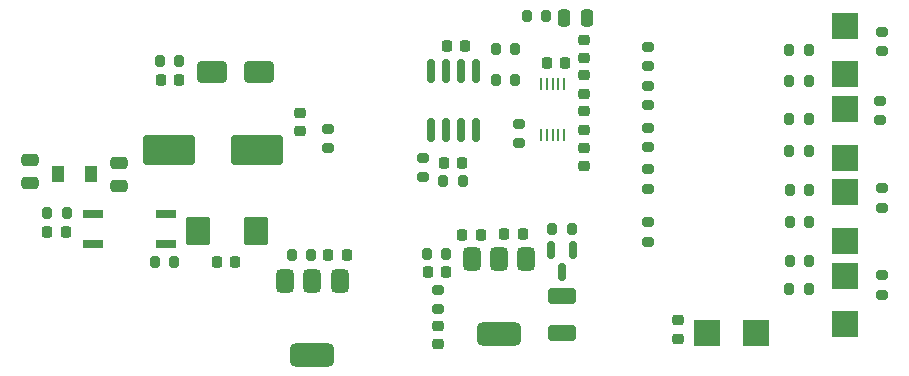
<source format=gbr>
%TF.GenerationSoftware,KiCad,Pcbnew,9.0.6*%
%TF.CreationDate,2025-12-26T20:15:28+00:00*%
%TF.ProjectId,PIDI-BOX-01-ADC-4-MAIN-A2,50494449-2d42-44f5-982d-30312d414443,rev?*%
%TF.SameCoordinates,Original*%
%TF.FileFunction,Paste,Top*%
%TF.FilePolarity,Positive*%
%FSLAX46Y46*%
G04 Gerber Fmt 4.6, Leading zero omitted, Abs format (unit mm)*
G04 Created by KiCad (PCBNEW 9.0.6) date 2025-12-26 20:15:28*
%MOMM*%
%LPD*%
G01*
G04 APERTURE LIST*
G04 Aperture macros list*
%AMRoundRect*
0 Rectangle with rounded corners*
0 $1 Rounding radius*
0 $2 $3 $4 $5 $6 $7 $8 $9 X,Y pos of 4 corners*
0 Add a 4 corners polygon primitive as box body*
4,1,4,$2,$3,$4,$5,$6,$7,$8,$9,$2,$3,0*
0 Add four circle primitives for the rounded corners*
1,1,$1+$1,$2,$3*
1,1,$1+$1,$4,$5*
1,1,$1+$1,$6,$7*
1,1,$1+$1,$8,$9*
0 Add four rect primitives between the rounded corners*
20,1,$1+$1,$2,$3,$4,$5,0*
20,1,$1+$1,$4,$5,$6,$7,0*
20,1,$1+$1,$6,$7,$8,$9,0*
20,1,$1+$1,$8,$9,$2,$3,0*%
G04 Aperture macros list end*
%ADD10RoundRect,0.200000X-0.200000X-0.275000X0.200000X-0.275000X0.200000X0.275000X-0.200000X0.275000X0*%
%ADD11RoundRect,0.200000X0.200000X0.275000X-0.200000X0.275000X-0.200000X-0.275000X0.200000X-0.275000X0*%
%ADD12R,1.750000X0.650000*%
%ADD13RoundRect,0.225000X0.250000X-0.225000X0.250000X0.225000X-0.250000X0.225000X-0.250000X-0.225000X0*%
%ADD14RoundRect,0.225000X-0.225000X-0.250000X0.225000X-0.250000X0.225000X0.250000X-0.225000X0.250000X0*%
%ADD15RoundRect,0.200000X-0.275000X0.200000X-0.275000X-0.200000X0.275000X-0.200000X0.275000X0.200000X0*%
%ADD16RoundRect,0.150000X-0.150000X0.587500X-0.150000X-0.587500X0.150000X-0.587500X0.150000X0.587500X0*%
%ADD17R,2.260600X2.209800*%
%ADD18RoundRect,0.225000X0.225000X0.250000X-0.225000X0.250000X-0.225000X-0.250000X0.225000X-0.250000X0*%
%ADD19R,0.250000X1.100000*%
%ADD20RoundRect,0.200000X0.275000X-0.200000X0.275000X0.200000X-0.275000X0.200000X-0.275000X-0.200000X0*%
%ADD21RoundRect,0.225000X-0.250000X0.225000X-0.250000X-0.225000X0.250000X-0.225000X0.250000X0.225000X0*%
%ADD22RoundRect,0.250000X1.000000X0.650000X-1.000000X0.650000X-1.000000X-0.650000X1.000000X-0.650000X0*%
%ADD23RoundRect,0.250000X0.945000X-0.420000X0.945000X0.420000X-0.945000X0.420000X-0.945000X-0.420000X0*%
%ADD24RoundRect,0.375000X-0.375000X0.625000X-0.375000X-0.625000X0.375000X-0.625000X0.375000X0.625000X0*%
%ADD25RoundRect,0.500000X-1.400000X0.500000X-1.400000X-0.500000X1.400000X-0.500000X1.400000X0.500000X0*%
%ADD26RoundRect,0.150000X0.150000X-0.825000X0.150000X0.825000X-0.150000X0.825000X-0.150000X-0.825000X0*%
%ADD27RoundRect,0.250000X0.475000X-0.250000X0.475000X0.250000X-0.475000X0.250000X-0.475000X-0.250000X0*%
%ADD28RoundRect,0.218750X0.218750X0.256250X-0.218750X0.256250X-0.218750X-0.256250X0.218750X-0.256250X0*%
%ADD29R,1.000000X1.400000*%
%ADD30RoundRect,0.250000X1.950000X1.000000X-1.950000X1.000000X-1.950000X-1.000000X1.950000X-1.000000X0*%
%ADD31R,2.209800X2.260600*%
%ADD32RoundRect,0.250000X-0.250000X-0.475000X0.250000X-0.475000X0.250000X0.475000X-0.250000X0.475000X0*%
%ADD33RoundRect,0.250000X-0.785000X-0.945000X0.785000X-0.945000X0.785000X0.945000X-0.785000X0.945000X0*%
G04 APERTURE END LIST*
D10*
%TO.C,R31*%
X153149800Y-76073000D03*
X154799800Y-76073000D03*
%TD*%
D11*
%TO.C,R20*%
X174865800Y-60883800D03*
X173215800Y-60883800D03*
%TD*%
D12*
%TO.C,IC1*%
X120423000Y-77368400D03*
X120423000Y-74828400D03*
X114273000Y-74828400D03*
X114273000Y-77368400D03*
%TD*%
D13*
%TO.C,C15*%
X155829000Y-61582600D03*
X155829000Y-60032600D03*
%TD*%
D14*
%TO.C,C3*%
X149085000Y-76504800D03*
X150635000Y-76504800D03*
%TD*%
%TO.C,C8*%
X142582600Y-79705200D03*
X144132600Y-79705200D03*
%TD*%
D11*
%TO.C,R22*%
X174879000Y-72745600D03*
X173229000Y-72745600D03*
%TD*%
D15*
%TO.C,R3*%
X142200000Y-70025000D03*
X142200000Y-71675000D03*
%TD*%
D16*
%TO.C,Q1*%
X154924800Y-77827900D03*
X153024800Y-77827900D03*
X153974800Y-79702900D03*
%TD*%
D17*
%TO.C,CR3*%
X177901600Y-65925700D03*
X177901600Y-70015100D03*
%TD*%
D18*
%TO.C,C21*%
X121525000Y-63425600D03*
X119975000Y-63425600D03*
%TD*%
D19*
%TO.C,U4*%
X152162000Y-68113800D03*
X152662000Y-68113800D03*
X153162000Y-68113800D03*
X153662000Y-68113800D03*
X154162000Y-68113800D03*
X154162000Y-63813800D03*
X153662000Y-63813800D03*
X153162000Y-63813800D03*
X152662000Y-63813800D03*
X152162000Y-63813800D03*
%TD*%
D10*
%TO.C,R7*%
X148349200Y-60833000D03*
X149999200Y-60833000D03*
%TD*%
D15*
%TO.C,R5*%
X143459200Y-81217000D03*
X143459200Y-82867000D03*
%TD*%
D17*
%TO.C,CR4*%
X177901600Y-72961500D03*
X177901600Y-77050900D03*
%TD*%
D13*
%TO.C,C6*%
X143459200Y-85814200D03*
X143459200Y-84264200D03*
%TD*%
D20*
%TO.C,R11*%
X161239200Y-62293000D03*
X161239200Y-60643000D03*
%TD*%
D10*
%TO.C,R19*%
X110375000Y-74700000D03*
X112025000Y-74700000D03*
%TD*%
D14*
%TO.C,C13*%
X152666400Y-62026800D03*
X154216400Y-62026800D03*
%TD*%
D21*
%TO.C,C16*%
X155829000Y-63055200D03*
X155829000Y-64605200D03*
%TD*%
D20*
%TO.C,R13*%
X161239200Y-69151000D03*
X161239200Y-67501000D03*
%TD*%
D10*
%TO.C,R15*%
X173190400Y-63500000D03*
X174840400Y-63500000D03*
%TD*%
D15*
%TO.C,R27*%
X181025800Y-79997800D03*
X181025800Y-81647800D03*
%TD*%
D13*
%TO.C,C9*%
X163775000Y-85350000D03*
X163775000Y-83800000D03*
%TD*%
D17*
%TO.C,CR2*%
X177901600Y-58877200D03*
X177901600Y-62966600D03*
%TD*%
D14*
%TO.C,C5*%
X143975000Y-70450000D03*
X145525000Y-70450000D03*
%TD*%
D22*
%TO.C,D4*%
X128300000Y-62800000D03*
X124300000Y-62800000D03*
%TD*%
D23*
%TO.C,C2*%
X153924000Y-84852000D03*
X153924000Y-81772000D03*
%TD*%
D24*
%TO.C,U3*%
X135137500Y-80450000D03*
X132837500Y-80450000D03*
D25*
X132837500Y-86750000D03*
D24*
X130537500Y-80450000D03*
%TD*%
D26*
%TO.C,U2*%
X142889200Y-67651400D03*
X144159200Y-67651400D03*
X145429200Y-67651400D03*
X146699200Y-67651400D03*
X146699200Y-62701400D03*
X145429200Y-62701400D03*
X144159200Y-62701400D03*
X142889200Y-62701400D03*
%TD*%
D10*
%TO.C,R16*%
X173190400Y-69494400D03*
X174840400Y-69494400D03*
%TD*%
D20*
%TO.C,R14*%
X161239200Y-72656200D03*
X161239200Y-71006200D03*
%TD*%
D27*
%TO.C,C19*%
X116450000Y-72400000D03*
X116450000Y-70500000D03*
%TD*%
D20*
%TO.C,R1*%
X134188200Y-69227200D03*
X134188200Y-67577200D03*
%TD*%
D13*
%TO.C,C1*%
X131800600Y-67754800D03*
X131800600Y-66204800D03*
%TD*%
D10*
%TO.C,R28*%
X119925000Y-61800000D03*
X121575000Y-61800000D03*
%TD*%
D11*
%TO.C,R4*%
X132752600Y-78232000D03*
X131102600Y-78232000D03*
%TD*%
D15*
%TO.C,R26*%
X181025800Y-72606400D03*
X181025800Y-74256400D03*
%TD*%
D11*
%TO.C,R10*%
X152615400Y-57988200D03*
X150965400Y-57988200D03*
%TD*%
%TO.C,R21*%
X174853600Y-66725800D03*
X173203600Y-66725800D03*
%TD*%
D28*
%TO.C,D1*%
X135763100Y-78232000D03*
X134188100Y-78232000D03*
%TD*%
%TO.C,D2*%
X111936700Y-76351000D03*
X110361700Y-76351000D03*
%TD*%
D10*
%TO.C,R29*%
X119469400Y-78892400D03*
X121119400Y-78892400D03*
%TD*%
D24*
%TO.C,U1*%
X150904000Y-78638400D03*
X148604000Y-78638400D03*
D25*
X148604000Y-84938400D03*
D24*
X146304000Y-78638400D03*
%TD*%
D29*
%TO.C,L1*%
X114075000Y-71400000D03*
X111275000Y-71400000D03*
%TD*%
D30*
%TO.C,C20*%
X128100000Y-69375000D03*
X120700000Y-69375000D03*
%TD*%
D10*
%TO.C,R6*%
X142532600Y-78181200D03*
X144182600Y-78181200D03*
%TD*%
D31*
%TO.C,CR1*%
X170369700Y-84875000D03*
X166280300Y-84875000D03*
%TD*%
D14*
%TO.C,C4*%
X145529000Y-76581000D03*
X147079000Y-76581000D03*
%TD*%
D20*
%TO.C,R9*%
X150317200Y-68820800D03*
X150317200Y-67170800D03*
%TD*%
%TO.C,R12*%
X161239200Y-65569600D03*
X161239200Y-63919600D03*
%TD*%
D10*
%TO.C,R18*%
X173215800Y-81102200D03*
X174865800Y-81102200D03*
%TD*%
D32*
%TO.C,C12*%
X154142400Y-58166000D03*
X156042400Y-58166000D03*
%TD*%
D17*
%TO.C,CR5*%
X177952400Y-80022700D03*
X177952400Y-84112100D03*
%TD*%
D15*
%TO.C,R24*%
X181025800Y-59360800D03*
X181025800Y-61010800D03*
%TD*%
%TO.C,R25*%
X180924200Y-65215000D03*
X180924200Y-66865000D03*
%TD*%
D13*
%TO.C,C17*%
X155829000Y-67653200D03*
X155829000Y-66103200D03*
%TD*%
D14*
%TO.C,C7*%
X144195200Y-60528200D03*
X145745200Y-60528200D03*
%TD*%
D10*
%TO.C,R17*%
X173229000Y-75438000D03*
X174879000Y-75438000D03*
%TD*%
D21*
%TO.C,C18*%
X155803600Y-69214400D03*
X155803600Y-70764400D03*
%TD*%
D33*
%TO.C,C10*%
X123158400Y-76250800D03*
X128098400Y-76250800D03*
%TD*%
D27*
%TO.C,C14*%
X108939200Y-72139600D03*
X108939200Y-70239600D03*
%TD*%
D10*
%TO.C,R8*%
X148362400Y-63474600D03*
X150012400Y-63474600D03*
%TD*%
D20*
%TO.C,R30*%
X161264600Y-77126600D03*
X161264600Y-75476600D03*
%TD*%
D14*
%TO.C,C11*%
X124751800Y-78841600D03*
X126301800Y-78841600D03*
%TD*%
D11*
%TO.C,R23*%
X174904400Y-78790800D03*
X173254400Y-78790800D03*
%TD*%
%TO.C,R2*%
X145575000Y-72000000D03*
X143925000Y-72000000D03*
%TD*%
M02*

</source>
